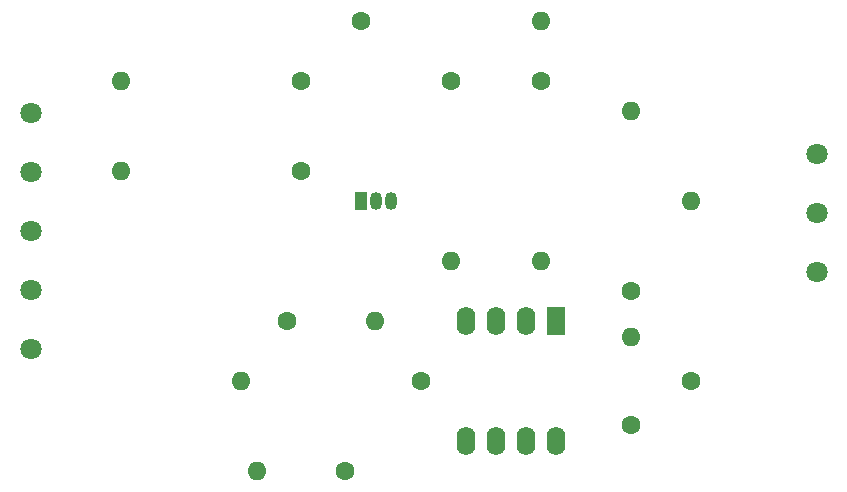
<source format=gbr>
%TF.GenerationSoftware,KiCad,Pcbnew,(6.0.0)*%
%TF.CreationDate,2022-01-11T18:07:16-05:00*%
%TF.ProjectId,PID_electronics,5049445f-656c-4656-9374-726f6e696373,rev?*%
%TF.SameCoordinates,Original*%
%TF.FileFunction,Copper,L2,Bot*%
%TF.FilePolarity,Positive*%
%FSLAX46Y46*%
G04 Gerber Fmt 4.6, Leading zero omitted, Abs format (unit mm)*
G04 Created by KiCad (PCBNEW (6.0.0)) date 2022-01-11 18:07:16*
%MOMM*%
%LPD*%
G01*
G04 APERTURE LIST*
%TA.AperFunction,ComponentPad*%
%ADD10C,1.600000*%
%TD*%
%TA.AperFunction,ComponentPad*%
%ADD11O,1.600000X1.600000*%
%TD*%
%TA.AperFunction,ComponentPad*%
%ADD12C,1.803400*%
%TD*%
%TA.AperFunction,ComponentPad*%
%ADD13R,1.050000X1.500000*%
%TD*%
%TA.AperFunction,ComponentPad*%
%ADD14O,1.050000X1.500000*%
%TD*%
%TA.AperFunction,ComponentPad*%
%ADD15R,1.600000X2.400000*%
%TD*%
%TA.AperFunction,ComponentPad*%
%ADD16O,1.600000X2.400000*%
%TD*%
G04 APERTURE END LIST*
D10*
%TO.P,C1,1*%
%TO.N,Net-(C1-Pad1)*%
X137160000Y-102810000D03*
D11*
%TO.P,C1,2*%
%TO.N,Net-(R8-Pad1)*%
X137160000Y-95310000D03*
%TD*%
D12*
%TO.P,J2,1,Pin_1*%
%TO.N,Net-(R7-Pad2)*%
X152900000Y-79853500D03*
%TO.P,J2,2,Pin_2*%
%TO.N,Net-(R6-Pad2)*%
X152900000Y-84853500D03*
%TO.P,J2,3,Pin_3*%
%TO.N,GNDREF*%
X152900000Y-89853500D03*
%TD*%
D13*
%TO.P,Q3,1,S*%
%TO.N,GNDREF*%
X114300000Y-83820000D03*
D14*
%TO.P,Q3,2,G*%
%TO.N,Net-(Q3-Pad2)*%
X115570000Y-83820000D03*
%TO.P,Q3,3,D*%
%TO.N,Net-(Q3-Pad3)*%
X116840000Y-83820000D03*
%TD*%
D12*
%TO.P,J1,1,Pin_1*%
%TO.N,Net-(R1-Pad1)*%
X86360000Y-76360000D03*
%TO.P,J1,2,Pin_2*%
%TO.N,Net-(Q3-Pad2)*%
X86360000Y-81360000D03*
%TO.P,J1,3,Pin_3*%
%TO.N,GNDREF*%
X86360000Y-86360000D03*
%TO.P,J1,4,Pin_4*%
%TO.N,-15V*%
X86360000Y-91360001D03*
%TO.P,J1,5,Pin_5*%
%TO.N,+15V*%
X86360000Y-96360001D03*
%TD*%
D10*
%TO.P,R7,1*%
%TO.N,Net-(R8-Pad1)*%
X137160000Y-91440000D03*
D11*
%TO.P,R7,2*%
%TO.N,Net-(R7-Pad2)*%
X137160000Y-76200000D03*
%TD*%
D10*
%TO.P,C3,1*%
%TO.N,+15V*%
X112970000Y-106680000D03*
D11*
%TO.P,C3,2*%
%TO.N,GNDREF*%
X105470000Y-106680000D03*
%TD*%
D10*
%TO.P,R4,1*%
%TO.N,Net-(R1-Pad1)*%
X109220000Y-73660000D03*
D11*
%TO.P,R4,2*%
%TO.N,GNDREF*%
X93980000Y-73660000D03*
%TD*%
D10*
%TO.P,R8,1*%
%TO.N,Net-(R8-Pad1)*%
X119380000Y-99060000D03*
D11*
%TO.P,R8,2*%
%TO.N,GNDREF*%
X104140000Y-99060000D03*
%TD*%
D15*
%TO.P,U1,1*%
%TO.N,Net-(R2-Pad2)*%
X130800000Y-93985000D03*
D16*
%TO.P,U1,2,-*%
%TO.N,Net-(R1-Pad2)*%
X128260000Y-93985000D03*
%TO.P,U1,3,+*%
%TO.N,Net-(Q3-Pad3)*%
X125720000Y-93985000D03*
%TO.P,U1,4,V-*%
%TO.N,-15V*%
X123180000Y-93985000D03*
%TO.P,U1,5,+*%
%TO.N,Net-(R2-Pad2)*%
X123180000Y-104145000D03*
%TO.P,U1,6,-*%
%TO.N,Net-(R8-Pad1)*%
X125720000Y-104145000D03*
%TO.P,U1,7*%
%TO.N,Net-(C1-Pad1)*%
X128260000Y-104145000D03*
%TO.P,U1,8,V+*%
%TO.N,+15V*%
X130800000Y-104145000D03*
%TD*%
D10*
%TO.P,C2,1*%
%TO.N,GNDREF*%
X108010000Y-93980000D03*
D11*
%TO.P,C2,2*%
%TO.N,-15V*%
X115510000Y-93980000D03*
%TD*%
D10*
%TO.P,R9,1*%
%TO.N,Net-(Q3-Pad2)*%
X109220000Y-81280000D03*
D11*
%TO.P,R9,2*%
%TO.N,GNDREF*%
X93980000Y-81280000D03*
%TD*%
D10*
%TO.P,R3,1*%
%TO.N,Net-(R1-Pad1)*%
X121920000Y-73660000D03*
D11*
%TO.P,R3,2*%
%TO.N,Net-(Q3-Pad3)*%
X121920000Y-88900000D03*
%TD*%
D10*
%TO.P,R2,1*%
%TO.N,Net-(R1-Pad2)*%
X129540000Y-73660000D03*
D11*
%TO.P,R2,2*%
%TO.N,Net-(R2-Pad2)*%
X129540000Y-88900000D03*
%TD*%
D10*
%TO.P,R6,1*%
%TO.N,Net-(C1-Pad1)*%
X142240000Y-99060000D03*
D11*
%TO.P,R6,2*%
%TO.N,Net-(R6-Pad2)*%
X142240000Y-83820000D03*
%TD*%
D10*
%TO.P,R1,1*%
%TO.N,Net-(R1-Pad1)*%
X114300000Y-68580000D03*
D11*
%TO.P,R1,2*%
%TO.N,Net-(R1-Pad2)*%
X129540000Y-68580000D03*
%TD*%
M02*

</source>
